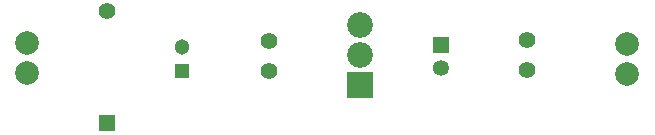
<source format=gts>
G04*
G04 #@! TF.GenerationSoftware,Altium Limited,Altium Designer,19.1.8 (144)*
G04*
G04 Layer_Color=8388736*
%FSLAX44Y44*%
%MOMM*%
G71*
G01*
G75*
%ADD13R,2.1832X2.1832*%
%ADD14C,2.1832*%
%ADD15R,1.4032X1.4032*%
%ADD16C,1.4032*%
%ADD17C,2.0032*%
%ADD18R,1.3532X1.3532*%
%ADD19C,1.3532*%
%ADD20R,1.3032X1.3032*%
%ADD21C,1.3032*%
D13*
X350520Y-110590D02*
D03*
D14*
Y-85090D02*
D03*
Y-59590D02*
D03*
D15*
X135890Y-143260D02*
D03*
D16*
Y-48260D02*
D03*
X491490Y-72790D02*
D03*
Y-97790D02*
D03*
X273050Y-98660D02*
D03*
Y-73660D02*
D03*
D17*
X576580Y-101600D02*
D03*
Y-76200D02*
D03*
X68580Y-74930D02*
D03*
Y-100330D02*
D03*
D18*
X419100Y-76520D02*
D03*
D19*
Y-96520D02*
D03*
D20*
X199390Y-98740D02*
D03*
D21*
Y-78740D02*
D03*
M02*

</source>
